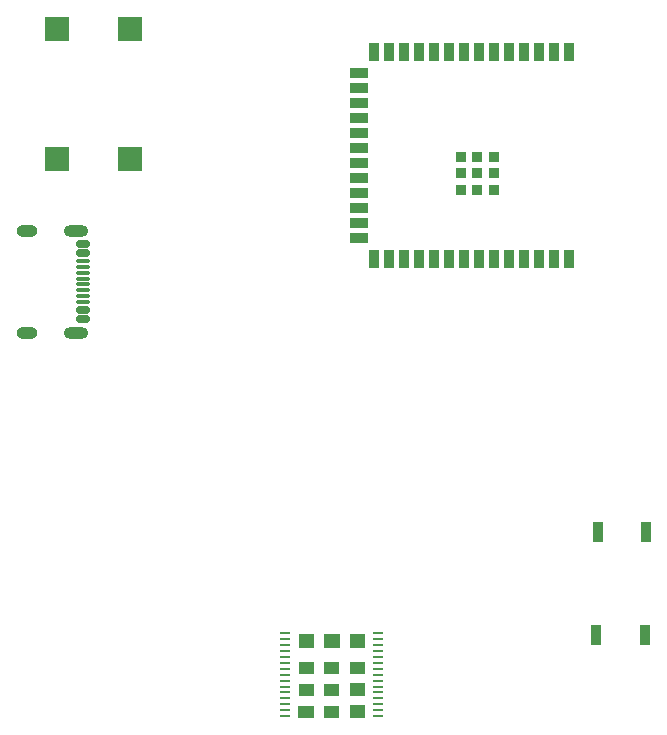
<source format=gbr>
%TF.GenerationSoftware,KiCad,Pcbnew,8.0.1*%
%TF.CreationDate,2024-09-06T01:33:41+08:00*%
%TF.ProjectId,bitaxeGamma,62697461-7865-4476-916d-6d612e6b6963,rev?*%
%TF.SameCoordinates,Original*%
%TF.FileFunction,Paste,Bot*%
%TF.FilePolarity,Positive*%
%FSLAX46Y46*%
G04 Gerber Fmt 4.6, Leading zero omitted, Abs format (unit mm)*
G04 Created by KiCad (PCBNEW 8.0.1) date 2024-09-06 01:33:41*
%MOMM*%
%LPD*%
G01*
G04 APERTURE LIST*
G04 Aperture macros list*
%AMRoundRect*
0 Rectangle with rounded corners*
0 $1 Rounding radius*
0 $2 $3 $4 $5 $6 $7 $8 $9 X,Y pos of 4 corners*
0 Add a 4 corners polygon primitive as box body*
4,1,4,$2,$3,$4,$5,$6,$7,$8,$9,$2,$3,0*
0 Add four circle primitives for the rounded corners*
1,1,$1+$1,$2,$3*
1,1,$1+$1,$4,$5*
1,1,$1+$1,$6,$7*
1,1,$1+$1,$8,$9*
0 Add four rect primitives between the rounded corners*
20,1,$1+$1,$2,$3,$4,$5,0*
20,1,$1+$1,$4,$5,$6,$7,0*
20,1,$1+$1,$6,$7,$8,$9,0*
20,1,$1+$1,$8,$9,$2,$3,0*%
G04 Aperture macros list end*
%ADD10C,0.001000*%
%ADD11RoundRect,0.150000X0.425000X-0.150000X0.425000X0.150000X-0.425000X0.150000X-0.425000X-0.150000X0*%
%ADD12RoundRect,0.075000X0.500000X-0.075000X0.500000X0.075000X-0.500000X0.075000X-0.500000X-0.075000X0*%
%ADD13O,1.800000X1.000000*%
%ADD14O,2.100000X1.000000*%
%ADD15R,0.900000X1.500000*%
%ADD16R,1.500000X0.900000*%
%ADD17R,0.900000X0.900000*%
%ADD18RoundRect,0.055250X0.340750X0.055250X-0.340750X0.055250X-0.340750X-0.055250X0.340750X-0.055250X0*%
%ADD19R,2.000000X2.000000*%
%ADD20R,0.900000X1.800000*%
G04 APERTURE END LIST*
%TO.C,U8*%
D10*
X104010562Y-119161000D02*
X102810562Y-119161000D01*
X102810562Y-120111000D01*
X104010562Y-120111000D01*
X104010562Y-119161000D01*
G36*
X104010562Y-119161000D02*
G01*
X102810562Y-119161000D01*
X102810562Y-120111000D01*
X104010562Y-120111000D01*
X104010562Y-119161000D01*
G37*
X104020562Y-117301000D02*
X102820562Y-117301000D01*
X102820562Y-118251000D01*
X104020562Y-118251000D01*
X104020562Y-117301000D01*
G36*
X104020562Y-117301000D02*
G01*
X102820562Y-117301000D01*
X102820562Y-118251000D01*
X104020562Y-118251000D01*
X104020562Y-117301000D01*
G37*
X104030562Y-113066000D02*
X102830562Y-113066000D01*
X102830562Y-114176000D01*
X104030562Y-114176000D01*
X104030562Y-113066000D01*
G36*
X104030562Y-113066000D02*
G01*
X102830562Y-113066000D01*
X102830562Y-114176000D01*
X104030562Y-114176000D01*
X104030562Y-113066000D01*
G37*
X104030562Y-115471000D02*
X102830562Y-115471000D01*
X102830562Y-116421000D01*
X104030562Y-116421000D01*
X104030562Y-115471000D01*
G36*
X104030562Y-115471000D02*
G01*
X102830562Y-115471000D01*
X102830562Y-116421000D01*
X104030562Y-116421000D01*
X104030562Y-115471000D01*
G37*
X106160562Y-119161000D02*
X104960562Y-119161000D01*
X104960562Y-120111000D01*
X106160562Y-120111000D01*
X106160562Y-119161000D01*
G36*
X106160562Y-119161000D02*
G01*
X104960562Y-119161000D01*
X104960562Y-120111000D01*
X106160562Y-120111000D01*
X106160562Y-119161000D01*
G37*
X106170562Y-117301000D02*
X104970562Y-117301000D01*
X104970562Y-118251000D01*
X106170562Y-118251000D01*
X106170562Y-117301000D01*
G36*
X106170562Y-117301000D02*
G01*
X104970562Y-117301000D01*
X104970562Y-118251000D01*
X106170562Y-118251000D01*
X106170562Y-117301000D01*
G37*
X106180562Y-115471000D02*
X104980562Y-115471000D01*
X104980562Y-116421000D01*
X106180562Y-116421000D01*
X106180562Y-115471000D01*
G36*
X106180562Y-115471000D02*
G01*
X104980562Y-115471000D01*
X104980562Y-116421000D01*
X106180562Y-116421000D01*
X106180562Y-115471000D01*
G37*
X106210562Y-113086000D02*
X105010562Y-113086000D01*
X105010562Y-114196000D01*
X106210562Y-114196000D01*
X106210562Y-113086000D01*
G36*
X106210562Y-113086000D02*
G01*
X105010562Y-113086000D01*
X105010562Y-114196000D01*
X106210562Y-114196000D01*
X106210562Y-113086000D01*
G37*
X108350562Y-113086000D02*
X107150562Y-113086000D01*
X107150562Y-114206000D01*
X108350562Y-114206000D01*
X108350562Y-113086000D01*
G36*
X108350562Y-113086000D02*
G01*
X107150562Y-113086000D01*
X107150562Y-114206000D01*
X108350562Y-114206000D01*
X108350562Y-113086000D01*
G37*
X108370562Y-119151000D02*
X107170562Y-119151000D01*
X107170562Y-120101000D01*
X108370562Y-120101000D01*
X108370562Y-119151000D01*
G36*
X108370562Y-119151000D02*
G01*
X107170562Y-119151000D01*
X107170562Y-120101000D01*
X108370562Y-120101000D01*
X108370562Y-119151000D01*
G37*
X108380562Y-117291000D02*
X107180562Y-117291000D01*
X107180562Y-118241000D01*
X108380562Y-118241000D01*
X108380562Y-117291000D01*
G36*
X108380562Y-117291000D02*
G01*
X107180562Y-117291000D01*
X107180562Y-118241000D01*
X108380562Y-118241000D01*
X108380562Y-117291000D01*
G37*
X108390562Y-115461000D02*
X107190562Y-115461000D01*
X107190562Y-116411000D01*
X108390562Y-116411000D01*
X108390562Y-115461000D01*
G36*
X108390562Y-115461000D02*
G01*
X107190562Y-115461000D01*
X107190562Y-116411000D01*
X108390562Y-116411000D01*
X108390562Y-115461000D01*
G37*
%TD*%
D11*
%TO.C,J5*%
X84545000Y-86460000D03*
X84545000Y-85660000D03*
D12*
X84545000Y-84510000D03*
X84545000Y-83510000D03*
X84545000Y-83010000D03*
X84545000Y-82010000D03*
D11*
X84545000Y-80060000D03*
X84545000Y-80860000D03*
D12*
X84545000Y-81510000D03*
X84545000Y-82510000D03*
X84545000Y-84010000D03*
X84545000Y-85010000D03*
D13*
X79790000Y-87580000D03*
D14*
X83970000Y-87580000D03*
D13*
X79790000Y-78940000D03*
D14*
X83970000Y-78940000D03*
%TD*%
D15*
%TO.C,U4*%
X125690000Y-81360000D03*
X124420000Y-81360000D03*
X123150000Y-81360000D03*
X121880000Y-81360000D03*
X120610000Y-81360000D03*
X119340000Y-81360000D03*
X118070000Y-81360000D03*
X116800000Y-81360000D03*
X115530000Y-81360000D03*
X114260000Y-81360000D03*
X112990000Y-81360000D03*
X111720000Y-81360000D03*
X110450000Y-81360000D03*
X109180000Y-81360000D03*
D16*
X107930000Y-79595000D03*
X107930000Y-78325000D03*
X107930000Y-77055000D03*
X107930000Y-75785000D03*
X107930000Y-74515000D03*
X107930000Y-73245000D03*
X107930000Y-71975000D03*
X107930000Y-70705000D03*
X107930000Y-69435000D03*
X107930000Y-68165000D03*
X107930000Y-66895000D03*
X107930000Y-65625000D03*
D15*
X109180000Y-63860000D03*
X110450000Y-63860000D03*
X111720000Y-63860000D03*
X112990000Y-63860000D03*
X114260000Y-63860000D03*
X115530000Y-63860000D03*
X116800000Y-63860000D03*
X118070000Y-63860000D03*
X119340000Y-63860000D03*
X120610000Y-63860000D03*
X121880000Y-63860000D03*
X123150000Y-63860000D03*
X124420000Y-63860000D03*
X125690000Y-63860000D03*
D17*
X116570000Y-75510000D03*
X117970000Y-75510000D03*
X119370000Y-75510000D03*
X116570000Y-74110000D03*
X117970000Y-74110000D03*
X119370000Y-74110000D03*
X116570000Y-72710000D03*
X117970000Y-72710000D03*
X119370000Y-72710000D03*
%TD*%
D18*
%TO.C,U8*%
X109526562Y-113032000D03*
X109526562Y-113534000D03*
X109526562Y-114036000D03*
X109526562Y-114538000D03*
X109526562Y-115040000D03*
X109526562Y-115542000D03*
X109526562Y-116044000D03*
X109526562Y-116546000D03*
X109526562Y-117048000D03*
X109526562Y-117550000D03*
X109526562Y-118052000D03*
X109526562Y-118554000D03*
X109526562Y-119056000D03*
X109526562Y-119558000D03*
X109526562Y-120060000D03*
X101694562Y-120060000D03*
X101694562Y-119558000D03*
X101694562Y-119056000D03*
X101694562Y-118554000D03*
X101694562Y-118052000D03*
X101694562Y-117550000D03*
X101694562Y-117048000D03*
X101694562Y-116546000D03*
X101694562Y-116044000D03*
X101694562Y-115542000D03*
X101694562Y-115040000D03*
X101694562Y-114538000D03*
X101694562Y-114036000D03*
X101694562Y-113534000D03*
X101694562Y-113032000D03*
%TD*%
D19*
%TO.C,J1*%
X82330000Y-72860000D03*
X88530000Y-72860000D03*
X82330000Y-61860000D03*
X88530000Y-61860000D03*
%TD*%
D20*
%TO.C,SW1*%
X132246000Y-104448000D03*
X128136000Y-104448000D03*
%TD*%
%TO.C,SW2*%
X132142000Y-113155000D03*
X128032000Y-113155000D03*
%TD*%
M02*

</source>
